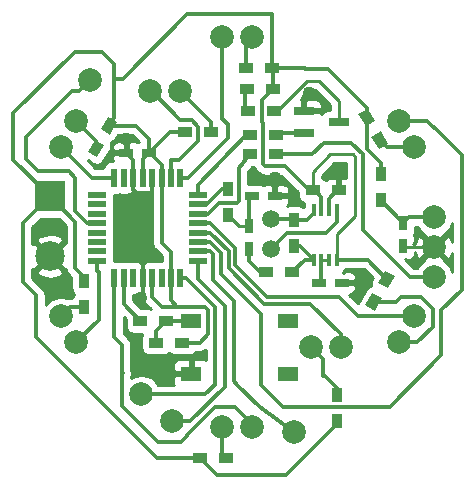
<source format=gbl>
G04 #@! TF.FileFunction,Copper,L2,Bot,Signal*
%FSLAX46Y46*%
G04 Gerber Fmt 4.6, Leading zero omitted, Abs format (unit mm)*
G04 Created by KiCad (PCBNEW 4.0.4+dfsg1-stable) date Fri Dec 23 11:26:22 2016*
%MOMM*%
%LPD*%
G01*
G04 APERTURE LIST*
%ADD10C,0.100000*%
%ADD11C,2.000000*%
%ADD12R,0.900000X1.200000*%
%ADD13C,1.500000*%
%ADD14R,2.500000X2.500000*%
%ADD15C,2.500000*%
%ADD16R,0.550000X1.600000*%
%ADD17R,1.600000X0.550000*%
%ADD18R,1.800860X0.800100*%
%ADD19R,0.381000X1.040000*%
%ADD20R,0.750000X1.200000*%
%ADD21R,1.200000X0.750000*%
%ADD22R,1.200000X0.900000*%
%ADD23R,1.800000X1.300000*%
%ADD24C,1.100000*%
%ADD25C,0.300000*%
%ADD26C,0.250000*%
%ADD27C,0.200000*%
%ADD28C,0.254000*%
G04 APERTURE END LIST*
D10*
D11*
X-12446000Y12827000D03*
X-14922500Y7155148D03*
X-13652500Y9354852D03*
D12*
X-825500Y3576500D03*
X-825500Y1376500D03*
D13*
X2857500Y1079500D03*
X2857500Y-1460500D03*
D14*
X-15875000Y2984500D03*
D15*
X-15875000Y-2095500D03*
D11*
X-1270000Y16446500D03*
X1270000Y16446500D03*
X-13652500Y-9354852D03*
X-14922500Y-7155148D03*
X1270000Y-16510000D03*
X-1270000Y-16510000D03*
X14922500Y-7155148D03*
X13652500Y-9354852D03*
X13652500Y9354852D03*
X14922500Y7155148D03*
X-7366000Y11874500D03*
X-4826000Y11874500D03*
D16*
X-10420000Y4567500D03*
X-9620000Y4567500D03*
X-8820000Y4567500D03*
X-8020000Y4567500D03*
X-7220000Y4567500D03*
X-6420000Y4567500D03*
X-5620000Y4567500D03*
X-4820000Y4567500D03*
D17*
X-3370000Y3117500D03*
X-3370000Y2317500D03*
X-3370000Y1517500D03*
X-3370000Y717500D03*
X-3370000Y-82500D03*
X-3370000Y-882500D03*
X-3370000Y-1682500D03*
X-3370000Y-2482500D03*
D16*
X-4820000Y-3932500D03*
X-5620000Y-3932500D03*
X-6420000Y-3932500D03*
X-7220000Y-3932500D03*
X-8020000Y-3932500D03*
X-8820000Y-3932500D03*
X-9620000Y-3932500D03*
X-10420000Y-3932500D03*
D17*
X-11870000Y-2482500D03*
X-11870000Y-1682500D03*
X-11870000Y-882500D03*
X-11870000Y-82500D03*
X-11870000Y717500D03*
X-11870000Y1517500D03*
X-11870000Y2317500D03*
X-11870000Y3117500D03*
D18*
X5610860Y8321000D03*
X5610860Y10221000D03*
X8613140Y9271000D03*
D11*
X16637000Y-3873500D03*
X16637000Y-1333500D03*
X16637000Y1206500D03*
D19*
X8404500Y-2374000D03*
X7754500Y-2374000D03*
X7104500Y-2374000D03*
X6454500Y-2374000D03*
X6454500Y1866000D03*
X7104500Y1866000D03*
X7754500Y1866000D03*
X8404500Y1866000D03*
D11*
X8763000Y-9779000D03*
X6223000Y-9779000D03*
D20*
X14033500Y696000D03*
X14033500Y-1204000D03*
D21*
X3172500Y3048000D03*
X1272500Y3048000D03*
X6924000Y-4318000D03*
X8824000Y-4318000D03*
D22*
X6393000Y3492500D03*
X8593000Y3492500D03*
D21*
X-7495500Y6667500D03*
X-9395500Y6667500D03*
D22*
X3259000Y8191500D03*
X1059000Y8191500D03*
X1059000Y6540500D03*
X3259000Y6540500D03*
X3005000Y12065000D03*
X805000Y12065000D03*
D12*
X12192000Y4846500D03*
X12192000Y2646500D03*
D22*
X2941500Y13843000D03*
X741500Y13843000D03*
X2456000Y-3429000D03*
X4656000Y-3429000D03*
D10*
G36*
X-10969711Y9698243D02*
X-10190289Y9248243D01*
X-10790289Y8209013D01*
X-11569711Y8659013D01*
X-10969711Y9698243D01*
X-10969711Y9698243D01*
G37*
G36*
X-12069711Y7792987D02*
X-11290289Y7342987D01*
X-11890289Y6303757D01*
X-12669711Y6753757D01*
X-12069711Y7792987D01*
X-12069711Y7792987D01*
G37*
D12*
X-12954000Y-4170500D03*
X-12954000Y-6370500D03*
D22*
X-6012000Y-7556500D03*
X-8212000Y-7556500D03*
X-3132000Y-19177000D03*
X-932000Y-19177000D03*
D12*
X4762500Y-1227000D03*
X4762500Y973000D03*
D22*
X-6878500Y-9398000D03*
X-4678500Y-9398000D03*
D10*
G36*
X12537989Y-3306557D02*
X13317411Y-3756557D01*
X12717411Y-4795787D01*
X11937989Y-4345787D01*
X12537989Y-3306557D01*
X12537989Y-3306557D01*
G37*
G36*
X11437989Y-5211813D02*
X12217411Y-5661813D01*
X11617411Y-6701043D01*
X10837989Y-6251043D01*
X11437989Y-5211813D01*
X11437989Y-5211813D01*
G37*
G36*
X10253789Y9946743D02*
X11033211Y10396743D01*
X11633211Y9357513D01*
X10853789Y8907513D01*
X10253789Y9946743D01*
X10253789Y9946743D01*
G37*
G36*
X11353789Y8041487D02*
X12133211Y8491487D01*
X12733211Y7452257D01*
X11953789Y7002257D01*
X11353789Y8041487D01*
X11353789Y8041487D01*
G37*
D12*
X8445500Y-16022500D03*
X8445500Y-13822500D03*
D22*
X-4465500Y8445500D03*
X-2265500Y8445500D03*
D20*
X952500Y-1458000D03*
X952500Y442000D03*
D23*
X4290500Y-12029000D03*
X-3909500Y-12029000D03*
X4290500Y-7529000D03*
X-3909500Y-7529000D03*
D11*
X4762500Y-16954500D03*
X-5524500Y-16065500D03*
X-8128000Y-13779500D03*
D22*
X3068500Y10223500D03*
X868500Y10223500D03*
D24*
X-6286500Y-11747500D03*
X-8191500Y-5588000D03*
X6096000Y11747500D03*
X8572500Y5270500D03*
X10477500Y-4445000D03*
X3175000Y4508500D03*
X-9398000Y7874000D03*
D25*
X12192000Y2646500D02*
X13779500Y950000D01*
X13779500Y950000D02*
X14033500Y696000D01*
X16637000Y1206500D02*
X14544000Y1206500D01*
X14544000Y1206500D02*
X14033500Y696000D01*
X-6005000Y-12029000D02*
X-6286500Y-11747500D01*
X-6005000Y-12029000D02*
X-3909500Y-12029000D01*
X-8020000Y-5416500D02*
X-8191500Y-5588000D01*
X-8020000Y-5416500D02*
X-8020000Y-3932500D01*
X5610860Y11516360D02*
X5842000Y11747500D01*
X5842000Y11747500D02*
X6096000Y11747500D01*
X5610860Y11516360D02*
X5610860Y10221000D01*
D26*
X8593000Y5250000D02*
X8572500Y5270500D01*
X8593000Y3492500D02*
X8593000Y5250000D01*
X10350500Y-4318000D02*
X8824000Y-4318000D01*
X10350500Y-4318000D02*
X10477500Y-4445000D01*
X14163000Y-1333500D02*
X14033500Y-1204000D01*
X16637000Y-1333500D02*
X14163000Y-1333500D01*
D25*
X-7220000Y4567500D02*
X-7220000Y-1060500D01*
X-7220000Y-1060500D02*
X-8020000Y-1860500D01*
X-8020000Y-1860500D02*
X-8020000Y-3932500D01*
X-7220000Y4567500D02*
X-7220000Y3321000D01*
X-8820000Y3492500D02*
X-8820000Y5082000D01*
X-8509000Y3238500D02*
X-8820000Y3492500D01*
X-7302500Y3238500D02*
X-8509000Y3238500D01*
X-7220000Y3321000D02*
X-7302500Y3238500D01*
X3172500Y3048000D02*
X3172500Y4506000D01*
X3172500Y4506000D02*
X3175000Y4508500D01*
X-9395500Y6667500D02*
X-9395500Y7871500D01*
X-9395500Y7871500D02*
X-9398000Y7874000D01*
X-8820000Y5082000D02*
X-8820000Y6092000D01*
X-8820000Y6092000D02*
X-9395500Y6667500D01*
X8593000Y3492500D02*
X8445500Y3492500D01*
X8445500Y3492500D02*
X7754500Y2801500D01*
X7754500Y2801500D02*
X7754500Y1866000D01*
D26*
X109000Y442000D02*
X-825500Y1376500D01*
X952500Y442000D02*
X109000Y442000D01*
D25*
X952500Y442000D02*
X952500Y2728000D01*
X952500Y2728000D02*
X1272500Y3048000D01*
D26*
X952500Y2728000D02*
X1272500Y3048000D01*
D25*
X2456000Y-3429000D02*
X1905000Y-3429000D01*
X1905000Y-3429000D02*
X952500Y-2476500D01*
X952500Y-2476500D02*
X952500Y-1458000D01*
D26*
X7754500Y-2374000D02*
X7104500Y-2374000D01*
D25*
X7104500Y-2374000D02*
X7104500Y-4137500D01*
X7104500Y-4137500D02*
X6924000Y-4318000D01*
X2159000Y5715000D02*
X2159000Y9202420D01*
X4064000Y5524500D02*
X2349500Y5524500D01*
X2349500Y5524500D02*
X2159000Y5715000D01*
X3005000Y12065000D02*
X2095500Y11155500D01*
X4064000Y5524500D02*
X6096000Y3492500D01*
X2095500Y9265920D02*
X2095500Y11155500D01*
X2159000Y9202420D02*
X2095500Y9265920D01*
X10943500Y9652128D02*
X10943500Y10506800D01*
X5727700Y13792200D02*
X5727700Y13843000D01*
X7658100Y13792200D02*
X5727700Y13792200D01*
X10943500Y10506800D02*
X7658100Y13792200D01*
X12627700Y-4051172D02*
X12627700Y-3979000D01*
X12627700Y-3979000D02*
X11022700Y-2374000D01*
X11022700Y-2374000D02*
X9994000Y-2374000D01*
X3005000Y12065000D02*
X3005000Y13779500D01*
X3005000Y13779500D02*
X2941500Y13843000D01*
D27*
X3005000Y13779500D02*
X2941500Y13843000D01*
D25*
X12192000Y4846500D02*
X12192000Y5778500D01*
X10943500Y7027000D02*
X10943500Y9652128D01*
X12192000Y5778500D02*
X10943500Y7027000D01*
X8445500Y-16022500D02*
X8445500Y-16256000D01*
X8445500Y-16256000D02*
X4127500Y-20574000D01*
X4127500Y-20574000D02*
X-1735000Y-20574000D01*
X-1735000Y-20574000D02*
X-3132000Y-19177000D01*
X9994000Y-2374000D02*
X8404500Y-2374000D01*
X5727700Y13843000D02*
X2941500Y13843000D01*
X6393000Y3492500D02*
X6096000Y3492500D01*
X-4465500Y8445500D02*
X-5717500Y8445500D01*
X-5717500Y8445500D02*
X-7495500Y6667500D01*
X2941500Y13843000D02*
X2941500Y18458000D01*
X-9715500Y12954000D02*
X-10414000Y12954000D01*
X-4254500Y18415000D02*
X-9715500Y12954000D01*
X2898500Y18415000D02*
X-4254500Y18415000D01*
X2941500Y18458000D02*
X2898500Y18415000D01*
X-7495500Y6667500D02*
X-7495500Y7876500D01*
X-8572628Y8953628D02*
X-10880000Y8953628D01*
X-7495500Y7876500D02*
X-8572628Y8953628D01*
X-10880000Y8953628D02*
X-10880000Y9122500D01*
X-10880000Y9122500D02*
X-10414000Y9588500D01*
X-10414000Y9588500D02*
X-10414000Y12954000D01*
X-10414000Y12954000D02*
X-10414000Y14160500D01*
X-10414000Y14160500D02*
X-11493500Y15240000D01*
X-11493500Y15240000D02*
X-13779500Y15240000D01*
X-13779500Y15240000D02*
X-18986500Y10033000D01*
X-18986500Y10033000D02*
X-18986500Y6096000D01*
X-18986500Y6096000D02*
X-15875000Y2984500D01*
X-16573500Y3683000D02*
X-15875000Y2984500D01*
X-12954000Y-4170500D02*
X-12954000Y-3873500D01*
X-12954000Y-3873500D02*
X-13716000Y-3111500D01*
X-13716000Y-3111500D02*
X-13716000Y825500D01*
X-13716000Y825500D02*
X-15875000Y2984500D01*
X-3132000Y-19177000D02*
X-6794500Y-19177000D01*
X-18161000Y698500D02*
X-15875000Y2984500D01*
X-18161000Y-4254500D02*
X-18161000Y698500D01*
X-17018000Y-5397500D02*
X-18161000Y-4254500D01*
X-17018000Y-8953500D02*
X-17018000Y-5397500D01*
X-6794500Y-19177000D02*
X-17018000Y-8953500D01*
X-6420000Y4567500D02*
X-6420000Y-946000D01*
X-5620000Y-1746000D02*
X-5620000Y-3932500D01*
X-6420000Y-946000D02*
X-5620000Y-1746000D01*
X-7495500Y6667500D02*
X-7429500Y6667500D01*
X-7429500Y6667500D02*
X-6420000Y5658000D01*
X-6420000Y5658000D02*
X-6420000Y4567500D01*
X-15938500Y2794000D02*
X-15240000Y2794000D01*
X-8020000Y4567500D02*
X-8020000Y6143000D01*
X-8020000Y6143000D02*
X-7495500Y6667500D01*
X-5620000Y-3932500D02*
X-5620000Y-5810000D01*
X-5620000Y-5810000D02*
X-5080000Y-6350000D01*
X-4678500Y-9398000D02*
X-3175000Y-9398000D01*
X-7220000Y-5543500D02*
X-7220000Y-3932500D01*
X-6413500Y-6350000D02*
X-7220000Y-5543500D01*
X-2730500Y-6350000D02*
X-5080000Y-6350000D01*
X-5080000Y-6350000D02*
X-6413500Y-6350000D01*
X-2476500Y-6604000D02*
X-2730500Y-6350000D01*
X-2476500Y-8699500D02*
X-2476500Y-6604000D01*
X-3175000Y-9398000D02*
X-2476500Y-8699500D01*
D26*
X8404500Y-2374000D02*
X8404500Y-231500D01*
X6393000Y5059500D02*
X6393000Y3492500D01*
X7874000Y6540500D02*
X6393000Y5059500D01*
X9779000Y6540500D02*
X7874000Y6540500D01*
X9969500Y6350000D02*
X9779000Y6540500D01*
X9969500Y1333500D02*
X9969500Y6350000D01*
X8404500Y-231500D02*
X9969500Y1333500D01*
D25*
X6393000Y3492500D02*
X6540500Y3492500D01*
X6540500Y3492500D02*
X7104500Y2928500D01*
X7104500Y2928500D02*
X7104500Y1866000D01*
D26*
X5858500Y12763500D02*
X3318500Y10223500D01*
X6921500Y12763500D02*
X5858500Y12763500D01*
X8613140Y11071860D02*
X6921500Y12763500D01*
X8613140Y9271000D02*
X8613140Y11071860D01*
D25*
X618500Y10223500D02*
X618500Y11878500D01*
X618500Y11878500D02*
X805000Y12065000D01*
X741500Y13843000D02*
X741500Y15918000D01*
X741500Y15918000D02*
X1270000Y16446500D01*
X-11980000Y7048372D02*
X-11980000Y7682352D01*
X-11980000Y7682352D02*
X-13652500Y9354852D01*
X-12954000Y-6370500D02*
X-14137852Y-6370500D01*
X-14137852Y-6370500D02*
X-14922500Y-7155148D01*
X-1270000Y-16510000D02*
X-1270000Y-18839000D01*
X-1270000Y-18839000D02*
X-932000Y-19177000D01*
X11527700Y-5956428D02*
X13461872Y-5956428D01*
X15245048Y-9354852D02*
X13652500Y-9354852D01*
X16548100Y-8051800D02*
X15245048Y-9354852D01*
X16548100Y-6578600D02*
X16548100Y-8051800D01*
X15532100Y-5562600D02*
X16548100Y-6578600D01*
X13855700Y-5562600D02*
X15532100Y-5562600D01*
X13461872Y-5956428D02*
X13855700Y-5562600D01*
X14922500Y7155148D02*
X12635224Y7155148D01*
X12635224Y7155148D02*
X12043500Y7746872D01*
X-2265500Y8445500D02*
X-2265500Y9314000D01*
X-2265500Y9314000D02*
X-4826000Y11874500D01*
X-9620000Y-3932500D02*
X-9620000Y-6148500D01*
X-9620000Y-6148500D02*
X-8212000Y-7556500D01*
X-3306500Y3117500D02*
X-3306500Y3932500D01*
X-3306500Y3932500D02*
X698500Y8191500D01*
X698500Y8191500D02*
X1059000Y8191500D01*
X-3370000Y1517500D02*
X-2483000Y1517500D01*
X127000Y5354500D02*
X1059000Y6540500D01*
X127000Y2603500D02*
X127000Y5354500D01*
X-63500Y2413000D02*
X127000Y2603500D01*
X-1587500Y2413000D02*
X-63500Y2413000D01*
X-2483000Y1517500D02*
X-1587500Y2413000D01*
X-3370000Y2317500D02*
X-2572000Y2317500D01*
X-2572000Y2317500D02*
X-1313000Y3576500D01*
X-1313000Y3576500D02*
X-825500Y3576500D01*
X4762500Y-16954500D02*
X1905000Y-14859000D01*
X-2318000Y-1682500D02*
X-2095500Y-1905000D01*
X-2095500Y-1905000D02*
X-2095500Y-4127500D01*
X-2095500Y-4127500D02*
X-317500Y-5905500D01*
X-317500Y-5905500D02*
X-317500Y-12636500D01*
X-317500Y-12636500D02*
X0Y-12954000D01*
X-2318000Y-1682500D02*
X-3370000Y-1682500D01*
X1905000Y-14859000D02*
X0Y-12954000D01*
X-5524500Y-16065500D02*
X-4000500Y-16065500D01*
X-1079500Y-13144500D02*
X-1079500Y-12573000D01*
X-4000500Y-16065500D02*
X-1079500Y-13144500D01*
X-3370000Y-2482500D02*
X-3370000Y-3996000D01*
X-1079500Y-7747000D02*
X-1079500Y-12573000D01*
X-1079500Y-12573000D02*
X-1079500Y-13017500D01*
X-1079500Y-6286500D02*
X-1079500Y-7747000D01*
X-3370000Y-3996000D02*
X-1079500Y-6286500D01*
X-8128000Y-13779500D02*
X-2730500Y-13779500D01*
X-2730500Y-13779500D02*
X-1905000Y-12954000D01*
X-4820000Y-3932500D02*
X-4370180Y-3932500D01*
X-1905000Y-12954000D02*
X-1968500Y-13017500D01*
X-1905000Y-8001000D02*
X-1905000Y-12954000D01*
X-1926498Y-7979502D02*
X-1905000Y-8001000D01*
X-1926498Y-6376182D02*
X-1926498Y-7979502D01*
X-4370180Y-3932500D02*
X-1926498Y-6376182D01*
X-14033500Y11874500D02*
X-13398500Y11874500D01*
X-16891000Y5143500D02*
X-17907000Y6159500D01*
X-17907000Y6159500D02*
X-17907000Y8001000D01*
X-17907000Y8001000D02*
X-14033500Y11874500D01*
X-13716000Y3429000D02*
X-13716000Y4572000D01*
X-12719000Y717500D02*
X-13716000Y1714500D01*
X-13716000Y1714500D02*
X-13716000Y3429000D01*
X-11870000Y717500D02*
X-12719000Y717500D01*
X-14287500Y5143500D02*
X-15113000Y5143500D01*
X-13716000Y4572000D02*
X-14287500Y5143500D01*
X-15113000Y5143500D02*
X-16891000Y5143500D01*
X-13398500Y11874500D02*
X-12446000Y12827000D01*
X2857500Y1079500D02*
X4656000Y1079500D01*
X4656000Y1079500D02*
X4762500Y973000D01*
X6454500Y1866000D02*
X6454500Y1565000D01*
X6454500Y1565000D02*
X5862500Y973000D01*
X5862500Y973000D02*
X4762500Y973000D01*
X8404500Y1866000D02*
X8404500Y784500D01*
X4191000Y-127000D02*
X2857500Y-1460500D01*
X7493000Y-127000D02*
X4191000Y-127000D01*
X8404500Y784500D02*
X7493000Y-127000D01*
X5610860Y8321000D02*
X3388500Y8321000D01*
X3388500Y8321000D02*
X3259000Y8191500D01*
X3259000Y6540500D02*
X6350000Y6540500D01*
X14605000Y-3873500D02*
X16637000Y-3873500D01*
X10604500Y127000D02*
X14605000Y-3873500D01*
X10604500Y6540500D02*
X10604500Y127000D01*
X9652000Y7493000D02*
X10604500Y6540500D01*
X7302500Y7493000D02*
X9652000Y7493000D01*
X6350000Y6540500D02*
X7302500Y7493000D01*
X6454500Y-2374000D02*
X5711000Y-2374000D01*
X5711000Y-2374000D02*
X4656000Y-3429000D01*
X4762500Y-3322500D02*
X4656000Y-3429000D01*
X4762500Y-1227000D02*
X5307500Y-1227000D01*
X5307500Y-1227000D02*
X6454500Y-2374000D01*
X-6012000Y-7556500D02*
X-3937000Y-7556500D01*
X-3937000Y-7556500D02*
X-3909500Y-7529000D01*
X-6878500Y-9398000D02*
X-6878500Y-8423000D01*
X-6878500Y-8423000D02*
X-6012000Y-7556500D01*
X8445500Y-13822500D02*
X8445500Y-13271500D01*
X8445500Y-13271500D02*
X7218500Y-12044500D01*
X7218500Y-12255500D02*
X7218500Y-12044500D01*
X7218500Y-12044500D02*
X7218500Y-10774500D01*
X7218500Y-10774500D02*
X6223000Y-9779000D01*
X-1270000Y16446500D02*
X-1270000Y9525000D01*
X-4195500Y4567500D02*
X-4820000Y4567500D01*
X-825500Y7937500D02*
X-4195500Y4567500D01*
X-825500Y9080500D02*
X-825500Y7937500D01*
X-1270000Y9525000D02*
X-825500Y9080500D01*
X-10420000Y4567500D02*
X-12334852Y4567500D01*
X-12334852Y4567500D02*
X-14922500Y7155148D01*
X-11870000Y-2482500D02*
X-11870000Y-3306500D01*
X-11747500Y-7449852D02*
X-13652500Y-9354852D01*
X-11747500Y-3429000D02*
X-11747500Y-7449852D01*
X-11870000Y-3306500D02*
X-11747500Y-3429000D01*
X-10420000Y-3932500D02*
X-10420000Y-8947500D01*
X-9779000Y-9588500D02*
X-9779000Y-12065000D01*
X-10420000Y-8947500D02*
X-9779000Y-9588500D01*
X1270000Y-16510000D02*
X1270000Y-16319500D01*
X1270000Y-16319500D02*
X-190500Y-14859000D01*
X-190500Y-14859000D02*
X-1905000Y-14859000D01*
X-1905000Y-14859000D02*
X-4254500Y-17208500D01*
X-4254500Y-17208500D02*
X-4254500Y-17335500D01*
X-4254500Y-17335500D02*
X-4762500Y-17843500D01*
X-4762500Y-17843500D02*
X-6731000Y-17843500D01*
X-6731000Y-17843500D02*
X-9779000Y-14795500D01*
X-9779000Y-14795500D02*
X-9779000Y-12065000D01*
X-9779000Y-12065000D02*
X-9715500Y-12001500D01*
X14922500Y-7155148D02*
X10203148Y-7155148D01*
X-2305000Y717500D02*
X-3370000Y717500D01*
X-190500Y-1397000D02*
X-2305000Y717500D01*
X-190500Y-2857500D02*
X-190500Y-1397000D01*
X2497998Y-5545998D02*
X-190500Y-2857500D01*
X8593998Y-5545998D02*
X2497998Y-5545998D01*
X10203148Y-7155148D02*
X8593998Y-5545998D01*
X-3203500Y614500D02*
X-3306500Y717500D01*
D26*
X-3203500Y614500D02*
X-3306500Y717500D01*
D25*
X13652500Y9354852D02*
X16045148Y9354852D01*
X16637000Y8763000D02*
X16637000Y8826500D01*
X16045148Y9354852D02*
X16637000Y8763000D01*
X-3370000Y-882500D02*
X-2356000Y-882500D01*
X18986500Y6477000D02*
X16637000Y8826500D01*
X18986500Y-4953000D02*
X18986500Y6477000D01*
X17272000Y-6667500D02*
X18986500Y-4953000D01*
X17272000Y-10477500D02*
X17272000Y-6667500D01*
X12890500Y-14859000D02*
X17272000Y-10477500D01*
X3873500Y-14859000D02*
X12890500Y-14859000D01*
X1968500Y-12954000D02*
X3873500Y-14859000D01*
X1968500Y-6985000D02*
X1968500Y-12954000D01*
X-1397000Y-3619500D02*
X1968500Y-6985000D01*
X-1397000Y-1841500D02*
X-1397000Y-3619500D01*
X-2356000Y-882500D02*
X-1397000Y-1841500D01*
X8763000Y-9779000D02*
X8763000Y-8699500D01*
X4953000Y-6096000D02*
X6159500Y-6096000D01*
X-2330500Y-82500D02*
X-740502Y-1672498D01*
X-740502Y-1672498D02*
X-740502Y-3085318D01*
X-740502Y-3085318D02*
X2270180Y-6096000D01*
X2270180Y-6096000D02*
X4953000Y-6096000D01*
X-3370000Y-82500D02*
X-2330500Y-82500D01*
X6159500Y-6096000D02*
X8763000Y-8699500D01*
X-7366000Y11874500D02*
X-7239000Y11874500D01*
X-7239000Y11874500D02*
X-4826000Y9461500D01*
X-4953000Y6032500D02*
X-5620000Y6032500D01*
X-3302000Y7683500D02*
X-4953000Y6032500D01*
X-3302000Y8890000D02*
X-3302000Y7683500D01*
X-3873500Y9461500D02*
X-3302000Y8890000D01*
X-4826000Y9461500D02*
X-3873500Y9461500D01*
X-5620000Y4567500D02*
X-5620000Y6032500D01*
D28*
G36*
X-9450072Y-7428586D02*
X-9450072Y-8006500D01*
X-9442008Y-8107621D01*
X-9388894Y-8279134D01*
X-9290100Y-8429059D01*
X-9153450Y-8545525D01*
X-8989763Y-8619310D01*
X-8812000Y-8644572D01*
X-8034664Y-8644572D01*
X-8091310Y-8770237D01*
X-8116572Y-8948000D01*
X-8116572Y-9848000D01*
X-8108508Y-9949121D01*
X-8055394Y-10120634D01*
X-7956600Y-10270559D01*
X-7819950Y-10387025D01*
X-7656263Y-10460810D01*
X-7478500Y-10486072D01*
X-6278500Y-10486072D01*
X-6177379Y-10478008D01*
X-6005866Y-10424894D01*
X-5855941Y-10326100D01*
X-5779275Y-10236148D01*
X-5756600Y-10270559D01*
X-5619950Y-10387025D01*
X-5456263Y-10460810D01*
X-5278500Y-10486072D01*
X-4078500Y-10486072D01*
X-3977379Y-10478008D01*
X-3805866Y-10424894D01*
X-3655941Y-10326100D01*
X-3539475Y-10189450D01*
X-3536568Y-10183000D01*
X-3175000Y-10183000D01*
X-3102817Y-10175922D01*
X-3030598Y-10169604D01*
X-3026636Y-10168453D01*
X-3022526Y-10168050D01*
X-2953065Y-10147079D01*
X-2883476Y-10126861D01*
X-2879814Y-10124963D01*
X-2875860Y-10123769D01*
X-2811862Y-10089740D01*
X-2747458Y-10056357D01*
X-2744228Y-10053778D01*
X-2740588Y-10051843D01*
X-2690000Y-10010585D01*
X-2690000Y-10828775D01*
X-2708715Y-10816270D01*
X-2824277Y-10768403D01*
X-2946958Y-10744000D01*
X-3623750Y-10744000D01*
X-3782500Y-10902750D01*
X-3782500Y-11902000D01*
X-3762500Y-11902000D01*
X-3762500Y-12156000D01*
X-3782500Y-12156000D01*
X-3782500Y-12176000D01*
X-4036500Y-12176000D01*
X-4036500Y-12156000D01*
X-5285750Y-12156000D01*
X-5444500Y-12314750D01*
X-5444500Y-12741542D01*
X-5420097Y-12864223D01*
X-5372230Y-12979785D01*
X-5362398Y-12994500D01*
X-6686498Y-12994500D01*
X-6854835Y-12741132D01*
X-7080769Y-12513615D01*
X-7346592Y-12334316D01*
X-7642178Y-12210063D01*
X-7956269Y-12145589D01*
X-8276901Y-12143351D01*
X-8591862Y-12203433D01*
X-8889154Y-12323546D01*
X-8994000Y-12392155D01*
X-8994000Y-12309177D01*
X-8990780Y-12303172D01*
X-8945987Y-12156661D01*
X-8930504Y-12004240D01*
X-8944923Y-11851715D01*
X-8988691Y-11704895D01*
X-8994000Y-11694826D01*
X-8994000Y-11316458D01*
X-5444500Y-11316458D01*
X-5444500Y-11743250D01*
X-5285750Y-11902000D01*
X-4036500Y-11902000D01*
X-4036500Y-10902750D01*
X-4195250Y-10744000D01*
X-4872042Y-10744000D01*
X-4994723Y-10768403D01*
X-5110285Y-10816270D01*
X-5214289Y-10885763D01*
X-5302737Y-10974211D01*
X-5372230Y-11078215D01*
X-5420097Y-11193777D01*
X-5444500Y-11316458D01*
X-8994000Y-11316458D01*
X-8994000Y-9588500D01*
X-9001078Y-9516317D01*
X-9007396Y-9444098D01*
X-9008547Y-9440136D01*
X-9008950Y-9436026D01*
X-9029921Y-9366565D01*
X-9050139Y-9296976D01*
X-9052037Y-9293314D01*
X-9053231Y-9289360D01*
X-9087271Y-9225341D01*
X-9120643Y-9160959D01*
X-9123220Y-9157731D01*
X-9125157Y-9154088D01*
X-9171007Y-9097869D01*
X-9216226Y-9041226D01*
X-9221890Y-9035482D01*
X-9221987Y-9035362D01*
X-9222097Y-9035271D01*
X-9223921Y-9033421D01*
X-9635000Y-8622342D01*
X-9635000Y-7243658D01*
X-9450072Y-7428586D01*
X-9450072Y-7428586D01*
G37*
X-9450072Y-7428586D02*
X-9450072Y-8006500D01*
X-9442008Y-8107621D01*
X-9388894Y-8279134D01*
X-9290100Y-8429059D01*
X-9153450Y-8545525D01*
X-8989763Y-8619310D01*
X-8812000Y-8644572D01*
X-8034664Y-8644572D01*
X-8091310Y-8770237D01*
X-8116572Y-8948000D01*
X-8116572Y-9848000D01*
X-8108508Y-9949121D01*
X-8055394Y-10120634D01*
X-7956600Y-10270559D01*
X-7819950Y-10387025D01*
X-7656263Y-10460810D01*
X-7478500Y-10486072D01*
X-6278500Y-10486072D01*
X-6177379Y-10478008D01*
X-6005866Y-10424894D01*
X-5855941Y-10326100D01*
X-5779275Y-10236148D01*
X-5756600Y-10270559D01*
X-5619950Y-10387025D01*
X-5456263Y-10460810D01*
X-5278500Y-10486072D01*
X-4078500Y-10486072D01*
X-3977379Y-10478008D01*
X-3805866Y-10424894D01*
X-3655941Y-10326100D01*
X-3539475Y-10189450D01*
X-3536568Y-10183000D01*
X-3175000Y-10183000D01*
X-3102817Y-10175922D01*
X-3030598Y-10169604D01*
X-3026636Y-10168453D01*
X-3022526Y-10168050D01*
X-2953065Y-10147079D01*
X-2883476Y-10126861D01*
X-2879814Y-10124963D01*
X-2875860Y-10123769D01*
X-2811862Y-10089740D01*
X-2747458Y-10056357D01*
X-2744228Y-10053778D01*
X-2740588Y-10051843D01*
X-2690000Y-10010585D01*
X-2690000Y-10828775D01*
X-2708715Y-10816270D01*
X-2824277Y-10768403D01*
X-2946958Y-10744000D01*
X-3623750Y-10744000D01*
X-3782500Y-10902750D01*
X-3782500Y-11902000D01*
X-3762500Y-11902000D01*
X-3762500Y-12156000D01*
X-3782500Y-12156000D01*
X-3782500Y-12176000D01*
X-4036500Y-12176000D01*
X-4036500Y-12156000D01*
X-5285750Y-12156000D01*
X-5444500Y-12314750D01*
X-5444500Y-12741542D01*
X-5420097Y-12864223D01*
X-5372230Y-12979785D01*
X-5362398Y-12994500D01*
X-6686498Y-12994500D01*
X-6854835Y-12741132D01*
X-7080769Y-12513615D01*
X-7346592Y-12334316D01*
X-7642178Y-12210063D01*
X-7956269Y-12145589D01*
X-8276901Y-12143351D01*
X-8591862Y-12203433D01*
X-8889154Y-12323546D01*
X-8994000Y-12392155D01*
X-8994000Y-12309177D01*
X-8990780Y-12303172D01*
X-8945987Y-12156661D01*
X-8930504Y-12004240D01*
X-8944923Y-11851715D01*
X-8988691Y-11704895D01*
X-8994000Y-11694826D01*
X-8994000Y-11316458D01*
X-5444500Y-11316458D01*
X-5444500Y-11743250D01*
X-5285750Y-11902000D01*
X-4036500Y-11902000D01*
X-4036500Y-10902750D01*
X-4195250Y-10744000D01*
X-4872042Y-10744000D01*
X-4994723Y-10768403D01*
X-5110285Y-10816270D01*
X-5214289Y-10885763D01*
X-5302737Y-10974211D01*
X-5372230Y-11078215D01*
X-5420097Y-11193777D01*
X-5444500Y-11316458D01*
X-8994000Y-11316458D01*
X-8994000Y-9588500D01*
X-9001078Y-9516317D01*
X-9007396Y-9444098D01*
X-9008547Y-9440136D01*
X-9008950Y-9436026D01*
X-9029921Y-9366565D01*
X-9050139Y-9296976D01*
X-9052037Y-9293314D01*
X-9053231Y-9289360D01*
X-9087271Y-9225341D01*
X-9120643Y-9160959D01*
X-9123220Y-9157731D01*
X-9125157Y-9154088D01*
X-9171007Y-9097869D01*
X-9216226Y-9041226D01*
X-9221890Y-9035482D01*
X-9221987Y-9035362D01*
X-9222097Y-9035271D01*
X-9223921Y-9033421D01*
X-9635000Y-8622342D01*
X-9635000Y-7243658D01*
X-9450072Y-7428586D01*
G36*
X-8005000Y-5106649D02*
X-8005000Y-5543500D01*
X-7997922Y-5615683D01*
X-7991604Y-5687902D01*
X-7990453Y-5691864D01*
X-7990050Y-5695974D01*
X-7969079Y-5765435D01*
X-7948861Y-5835024D01*
X-7946963Y-5838686D01*
X-7945769Y-5842640D01*
X-7911740Y-5906638D01*
X-7878357Y-5971042D01*
X-7875778Y-5974272D01*
X-7873843Y-5977912D01*
X-7828010Y-6034109D01*
X-7782774Y-6090774D01*
X-7777110Y-6096518D01*
X-7777013Y-6096638D01*
X-7776903Y-6096729D01*
X-7775079Y-6098579D01*
X-7335428Y-6538230D01*
X-7434237Y-6493690D01*
X-7612000Y-6468428D01*
X-8189914Y-6468428D01*
X-8835000Y-5823342D01*
X-8835000Y-5370572D01*
X-8545000Y-5370572D01*
X-8443879Y-5362508D01*
X-8419927Y-5355091D01*
X-8357542Y-5367500D01*
X-8305750Y-5367500D01*
X-8199877Y-5261627D01*
X-8122441Y-5210600D01*
X-8017577Y-5087563D01*
X-8005000Y-5106649D01*
X-8005000Y-5106649D01*
G37*
X-8005000Y-5106649D02*
X-8005000Y-5543500D01*
X-7997922Y-5615683D01*
X-7991604Y-5687902D01*
X-7990453Y-5691864D01*
X-7990050Y-5695974D01*
X-7969079Y-5765435D01*
X-7948861Y-5835024D01*
X-7946963Y-5838686D01*
X-7945769Y-5842640D01*
X-7911740Y-5906638D01*
X-7878357Y-5971042D01*
X-7875778Y-5974272D01*
X-7873843Y-5977912D01*
X-7828010Y-6034109D01*
X-7782774Y-6090774D01*
X-7777110Y-6096518D01*
X-7777013Y-6096638D01*
X-7776903Y-6096729D01*
X-7775079Y-6098579D01*
X-7335428Y-6538230D01*
X-7434237Y-6493690D01*
X-7612000Y-6468428D01*
X-8189914Y-6468428D01*
X-8835000Y-5823342D01*
X-8835000Y-5370572D01*
X-8545000Y-5370572D01*
X-8443879Y-5362508D01*
X-8419927Y-5355091D01*
X-8357542Y-5367500D01*
X-8305750Y-5367500D01*
X-8199877Y-5261627D01*
X-8122441Y-5210600D01*
X-8017577Y-5087563D01*
X-8005000Y-5106649D01*
G36*
X-14501000Y500342D02*
X-14501000Y-987725D01*
X-14561395Y-961500D01*
X-15695395Y-2095500D01*
X-14561395Y-3229500D01*
X-14492530Y-3199597D01*
X-14487604Y-3255902D01*
X-14486453Y-3259864D01*
X-14486050Y-3263974D01*
X-14465079Y-3333435D01*
X-14444861Y-3403024D01*
X-14442963Y-3406686D01*
X-14441769Y-3410640D01*
X-14407740Y-3474638D01*
X-14374357Y-3539042D01*
X-14371778Y-3542272D01*
X-14369843Y-3545912D01*
X-14324010Y-3602109D01*
X-14278774Y-3658774D01*
X-14273110Y-3664518D01*
X-14273013Y-3664638D01*
X-14272903Y-3664729D01*
X-14271079Y-3666579D01*
X-14042072Y-3895586D01*
X-14042072Y-4770500D01*
X-14034008Y-4871621D01*
X-13980894Y-5043134D01*
X-13882100Y-5193059D01*
X-13792148Y-5269725D01*
X-13826559Y-5292400D01*
X-13943025Y-5429050D01*
X-14013548Y-5585500D01*
X-14137852Y-5585500D01*
X-14210035Y-5592578D01*
X-14282254Y-5598896D01*
X-14286216Y-5600047D01*
X-14290326Y-5600450D01*
X-14355096Y-5620005D01*
X-14436678Y-5585711D01*
X-14750769Y-5521237D01*
X-15071401Y-5518999D01*
X-15386362Y-5579081D01*
X-15683654Y-5699194D01*
X-15951954Y-5874765D01*
X-16181043Y-6099105D01*
X-16233000Y-6174986D01*
X-16233000Y-5397500D01*
X-16240078Y-5325317D01*
X-16246396Y-5253098D01*
X-16247547Y-5249136D01*
X-16247950Y-5245026D01*
X-16268921Y-5175565D01*
X-16289139Y-5105976D01*
X-16291037Y-5102314D01*
X-16292231Y-5098360D01*
X-16326260Y-5034362D01*
X-16359643Y-4969958D01*
X-16362222Y-4966728D01*
X-16364157Y-4963088D01*
X-16409970Y-4906916D01*
X-16455226Y-4850225D01*
X-16460891Y-4844480D01*
X-16460987Y-4844362D01*
X-16461096Y-4844272D01*
X-16462921Y-4842421D01*
X-17376000Y-3929342D01*
X-17376000Y-3409105D01*
X-17009000Y-3409105D01*
X-16883086Y-3699077D01*
X-16550874Y-3864933D01*
X-16192688Y-3962790D01*
X-15822294Y-3988889D01*
X-15453925Y-3942225D01*
X-15101738Y-3824594D01*
X-14866914Y-3699077D01*
X-14741000Y-3409105D01*
X-15875000Y-2275105D01*
X-17009000Y-3409105D01*
X-17376000Y-3409105D01*
X-17376000Y-3148128D01*
X-17188605Y-3229500D01*
X-16054605Y-2095500D01*
X-17188605Y-961500D01*
X-17376000Y-1042872D01*
X-17376000Y-781895D01*
X-17009000Y-781895D01*
X-15875000Y-1915895D01*
X-14741000Y-781895D01*
X-14866914Y-491923D01*
X-15199126Y-326067D01*
X-15557312Y-228210D01*
X-15927706Y-202111D01*
X-16296075Y-248775D01*
X-16648262Y-366406D01*
X-16883086Y-491923D01*
X-17009000Y-781895D01*
X-17376000Y-781895D01*
X-17376000Y373342D01*
X-16652914Y1096428D01*
X-15097086Y1096428D01*
X-14501000Y500342D01*
X-14501000Y500342D01*
G37*
X-14501000Y500342D02*
X-14501000Y-987725D01*
X-14561395Y-961500D01*
X-15695395Y-2095500D01*
X-14561395Y-3229500D01*
X-14492530Y-3199597D01*
X-14487604Y-3255902D01*
X-14486453Y-3259864D01*
X-14486050Y-3263974D01*
X-14465079Y-3333435D01*
X-14444861Y-3403024D01*
X-14442963Y-3406686D01*
X-14441769Y-3410640D01*
X-14407740Y-3474638D01*
X-14374357Y-3539042D01*
X-14371778Y-3542272D01*
X-14369843Y-3545912D01*
X-14324010Y-3602109D01*
X-14278774Y-3658774D01*
X-14273110Y-3664518D01*
X-14273013Y-3664638D01*
X-14272903Y-3664729D01*
X-14271079Y-3666579D01*
X-14042072Y-3895586D01*
X-14042072Y-4770500D01*
X-14034008Y-4871621D01*
X-13980894Y-5043134D01*
X-13882100Y-5193059D01*
X-13792148Y-5269725D01*
X-13826559Y-5292400D01*
X-13943025Y-5429050D01*
X-14013548Y-5585500D01*
X-14137852Y-5585500D01*
X-14210035Y-5592578D01*
X-14282254Y-5598896D01*
X-14286216Y-5600047D01*
X-14290326Y-5600450D01*
X-14355096Y-5620005D01*
X-14436678Y-5585711D01*
X-14750769Y-5521237D01*
X-15071401Y-5518999D01*
X-15386362Y-5579081D01*
X-15683654Y-5699194D01*
X-15951954Y-5874765D01*
X-16181043Y-6099105D01*
X-16233000Y-6174986D01*
X-16233000Y-5397500D01*
X-16240078Y-5325317D01*
X-16246396Y-5253098D01*
X-16247547Y-5249136D01*
X-16247950Y-5245026D01*
X-16268921Y-5175565D01*
X-16289139Y-5105976D01*
X-16291037Y-5102314D01*
X-16292231Y-5098360D01*
X-16326260Y-5034362D01*
X-16359643Y-4969958D01*
X-16362222Y-4966728D01*
X-16364157Y-4963088D01*
X-16409970Y-4906916D01*
X-16455226Y-4850225D01*
X-16460891Y-4844480D01*
X-16460987Y-4844362D01*
X-16461096Y-4844272D01*
X-16462921Y-4842421D01*
X-17376000Y-3929342D01*
X-17376000Y-3409105D01*
X-17009000Y-3409105D01*
X-16883086Y-3699077D01*
X-16550874Y-3864933D01*
X-16192688Y-3962790D01*
X-15822294Y-3988889D01*
X-15453925Y-3942225D01*
X-15101738Y-3824594D01*
X-14866914Y-3699077D01*
X-14741000Y-3409105D01*
X-15875000Y-2275105D01*
X-17009000Y-3409105D01*
X-17376000Y-3409105D01*
X-17376000Y-3148128D01*
X-17188605Y-3229500D01*
X-16054605Y-2095500D01*
X-17188605Y-961500D01*
X-17376000Y-1042872D01*
X-17376000Y-781895D01*
X-17009000Y-781895D01*
X-15875000Y-1915895D01*
X-14741000Y-781895D01*
X-14866914Y-491923D01*
X-15199126Y-326067D01*
X-15557312Y-228210D01*
X-15927706Y-202111D01*
X-16296075Y-248775D01*
X-16648262Y-366406D01*
X-16883086Y-491923D01*
X-17009000Y-781895D01*
X-17376000Y-781895D01*
X-17376000Y373342D01*
X-16652914Y1096428D01*
X-15097086Y1096428D01*
X-14501000Y500342D01*
G36*
X11451247Y-3912705D02*
X11385403Y-4026751D01*
X11341825Y-4118356D01*
X11302067Y-4293448D01*
X11312663Y-4472683D01*
X11352231Y-4584055D01*
X11311092Y-4586487D01*
X11141905Y-4646596D01*
X10996161Y-4751461D01*
X10885403Y-4892777D01*
X10285403Y-5932007D01*
X10241825Y-6023612D01*
X10230712Y-6072554D01*
X9486158Y-5328000D01*
X9486542Y-5328000D01*
X9609223Y-5303597D01*
X9724785Y-5255730D01*
X9828789Y-5186237D01*
X9917237Y-5097789D01*
X9986730Y-4993785D01*
X10034597Y-4878223D01*
X10059000Y-4755542D01*
X10059000Y-4603750D01*
X9900250Y-4445000D01*
X8951000Y-4445000D01*
X8951000Y-4465000D01*
X8697000Y-4465000D01*
X8697000Y-4445000D01*
X8677000Y-4445000D01*
X8677000Y-4191000D01*
X8697000Y-4191000D01*
X8697000Y-4171000D01*
X8951000Y-4171000D01*
X8951000Y-4191000D01*
X9900250Y-4191000D01*
X10059000Y-4032250D01*
X10059000Y-3880458D01*
X10034597Y-3757777D01*
X9986730Y-3642215D01*
X9917237Y-3538211D01*
X9828789Y-3449763D01*
X9724785Y-3380270D01*
X9609223Y-3332403D01*
X9486542Y-3308000D01*
X9109750Y-3308000D01*
X8951002Y-3466748D01*
X8951002Y-3415958D01*
X9017559Y-3372100D01*
X9134025Y-3235450D01*
X9168486Y-3159000D01*
X10697542Y-3159000D01*
X11451247Y-3912705D01*
X11451247Y-3912705D01*
G37*
X11451247Y-3912705D02*
X11385403Y-4026751D01*
X11341825Y-4118356D01*
X11302067Y-4293448D01*
X11312663Y-4472683D01*
X11352231Y-4584055D01*
X11311092Y-4586487D01*
X11141905Y-4646596D01*
X10996161Y-4751461D01*
X10885403Y-4892777D01*
X10285403Y-5932007D01*
X10241825Y-6023612D01*
X10230712Y-6072554D01*
X9486158Y-5328000D01*
X9486542Y-5328000D01*
X9609223Y-5303597D01*
X9724785Y-5255730D01*
X9828789Y-5186237D01*
X9917237Y-5097789D01*
X9986730Y-4993785D01*
X10034597Y-4878223D01*
X10059000Y-4755542D01*
X10059000Y-4603750D01*
X9900250Y-4445000D01*
X8951000Y-4445000D01*
X8951000Y-4465000D01*
X8697000Y-4465000D01*
X8697000Y-4445000D01*
X8677000Y-4445000D01*
X8677000Y-4191000D01*
X8697000Y-4191000D01*
X8697000Y-4171000D01*
X8951000Y-4171000D01*
X8951000Y-4191000D01*
X9900250Y-4191000D01*
X10059000Y-4032250D01*
X10059000Y-3880458D01*
X10034597Y-3757777D01*
X9986730Y-3642215D01*
X9917237Y-3538211D01*
X9828789Y-3449763D01*
X9724785Y-3380270D01*
X9609223Y-3332403D01*
X9486542Y-3308000D01*
X9109750Y-3308000D01*
X8951002Y-3466748D01*
X8951002Y-3415958D01*
X9017559Y-3372100D01*
X9134025Y-3235450D01*
X9168486Y-3159000D01*
X10697542Y-3159000D01*
X11451247Y-3912705D01*
G36*
X18201500Y-854969D02*
X18129795Y-647412D01*
X18036814Y-473456D01*
X17772413Y-377692D01*
X16816605Y-1333500D01*
X17772413Y-2289308D01*
X18036814Y-2193544D01*
X18177704Y-1903929D01*
X18201500Y-1813168D01*
X18201500Y-3378531D01*
X18087604Y-3102200D01*
X17910165Y-2835132D01*
X17684231Y-2607615D01*
X17570384Y-2530825D01*
X17592808Y-2468913D01*
X16637000Y-1513105D01*
X15681192Y-2468913D01*
X15703448Y-2530360D01*
X15607546Y-2593117D01*
X15378457Y-2817457D01*
X15197306Y-3082022D01*
X15194530Y-3088500D01*
X14930158Y-3088500D01*
X14160502Y-2318844D01*
X14160502Y-2280252D01*
X14319250Y-2439000D01*
X14471042Y-2439000D01*
X14593723Y-2414597D01*
X14709285Y-2366730D01*
X14813289Y-2297237D01*
X14901737Y-2208789D01*
X14971230Y-2104785D01*
X15019097Y-1989223D01*
X15043500Y-1866542D01*
X15043500Y-1728088D01*
X15144205Y-2019588D01*
X15237186Y-2193544D01*
X15501587Y-2289308D01*
X16457395Y-1333500D01*
X15501587Y-377692D01*
X15237186Y-473456D01*
X15096296Y-763071D01*
X15014616Y-1074608D01*
X15014472Y-1076998D01*
X14884752Y-1076998D01*
X15043500Y-918250D01*
X15043500Y-541458D01*
X15019097Y-418777D01*
X14971230Y-303215D01*
X14939177Y-255244D01*
X14947525Y-245450D01*
X15021310Y-81763D01*
X15046572Y96000D01*
X15046572Y421500D01*
X15197698Y421500D01*
X15349461Y186009D01*
X15572197Y-44640D01*
X15703673Y-136018D01*
X15681192Y-198087D01*
X16637000Y-1153895D01*
X17592808Y-198087D01*
X17570830Y-137408D01*
X17648477Y-88132D01*
X17880676Y132988D01*
X18065503Y394997D01*
X18195919Y687917D01*
X18201500Y712482D01*
X18201500Y-854969D01*
X18201500Y-854969D01*
G37*
X18201500Y-854969D02*
X18129795Y-647412D01*
X18036814Y-473456D01*
X17772413Y-377692D01*
X16816605Y-1333500D01*
X17772413Y-2289308D01*
X18036814Y-2193544D01*
X18177704Y-1903929D01*
X18201500Y-1813168D01*
X18201500Y-3378531D01*
X18087604Y-3102200D01*
X17910165Y-2835132D01*
X17684231Y-2607615D01*
X17570384Y-2530825D01*
X17592808Y-2468913D01*
X16637000Y-1513105D01*
X15681192Y-2468913D01*
X15703448Y-2530360D01*
X15607546Y-2593117D01*
X15378457Y-2817457D01*
X15197306Y-3082022D01*
X15194530Y-3088500D01*
X14930158Y-3088500D01*
X14160502Y-2318844D01*
X14160502Y-2280252D01*
X14319250Y-2439000D01*
X14471042Y-2439000D01*
X14593723Y-2414597D01*
X14709285Y-2366730D01*
X14813289Y-2297237D01*
X14901737Y-2208789D01*
X14971230Y-2104785D01*
X15019097Y-1989223D01*
X15043500Y-1866542D01*
X15043500Y-1728088D01*
X15144205Y-2019588D01*
X15237186Y-2193544D01*
X15501587Y-2289308D01*
X16457395Y-1333500D01*
X15501587Y-377692D01*
X15237186Y-473456D01*
X15096296Y-763071D01*
X15014616Y-1074608D01*
X15014472Y-1076998D01*
X14884752Y-1076998D01*
X15043500Y-918250D01*
X15043500Y-541458D01*
X15019097Y-418777D01*
X14971230Y-303215D01*
X14939177Y-255244D01*
X14947525Y-245450D01*
X15021310Y-81763D01*
X15046572Y96000D01*
X15046572Y421500D01*
X15197698Y421500D01*
X15349461Y186009D01*
X15572197Y-44640D01*
X15703673Y-136018D01*
X15681192Y-198087D01*
X16637000Y-1153895D01*
X17592808Y-198087D01*
X17570830Y-137408D01*
X17648477Y-88132D01*
X17880676Y132988D01*
X18065503Y394997D01*
X18195919Y687917D01*
X18201500Y712482D01*
X18201500Y-854969D01*
G36*
X-7205000Y3393351D02*
X-7205000Y-946000D01*
X-7197922Y-1018183D01*
X-7191604Y-1090402D01*
X-7190453Y-1094364D01*
X-7190050Y-1098474D01*
X-7169079Y-1167935D01*
X-7148861Y-1237524D01*
X-7146963Y-1241186D01*
X-7145769Y-1245140D01*
X-7111740Y-1309138D01*
X-7078357Y-1373542D01*
X-7075778Y-1376772D01*
X-7073843Y-1380412D01*
X-7028010Y-1436609D01*
X-6982774Y-1493274D01*
X-6977110Y-1499018D01*
X-6977013Y-1499138D01*
X-6976903Y-1499229D01*
X-6975079Y-1501079D01*
X-6405000Y-2071158D01*
X-6405000Y-2494428D01*
X-6695000Y-2494428D01*
X-6796121Y-2502492D01*
X-6825102Y-2511467D01*
X-6945000Y-2494428D01*
X-7495000Y-2494428D01*
X-7596121Y-2502492D01*
X-7620073Y-2509909D01*
X-7682458Y-2497500D01*
X-7734250Y-2497500D01*
X-7840123Y-2603373D01*
X-7917559Y-2654400D01*
X-8022423Y-2777437D01*
X-8066900Y-2709941D01*
X-8203550Y-2593475D01*
X-8214884Y-2588366D01*
X-8305750Y-2497500D01*
X-8357542Y-2497500D01*
X-8426651Y-2511247D01*
X-8545000Y-2494428D01*
X-9095000Y-2494428D01*
X-9196121Y-2502492D01*
X-9225102Y-2511467D01*
X-9345000Y-2494428D01*
X-9895000Y-2494428D01*
X-9996121Y-2502492D01*
X-10025102Y-2511467D01*
X-10145000Y-2494428D01*
X-10431928Y-2494428D01*
X-10431928Y-2207500D01*
X-10439992Y-2106379D01*
X-10448967Y-2077398D01*
X-10431928Y-1957500D01*
X-10431928Y-1407500D01*
X-10439992Y-1306379D01*
X-10448967Y-1277398D01*
X-10431928Y-1157500D01*
X-10431928Y-607500D01*
X-10439992Y-506379D01*
X-10448967Y-477398D01*
X-10431928Y-357500D01*
X-10431928Y192500D01*
X-10439992Y293621D01*
X-10448967Y322602D01*
X-10431928Y442500D01*
X-10431928Y992500D01*
X-10439992Y1093621D01*
X-10448967Y1122602D01*
X-10431928Y1242500D01*
X-10431928Y1792500D01*
X-10439992Y1893621D01*
X-10448967Y1922602D01*
X-10431928Y2042500D01*
X-10431928Y2592500D01*
X-10439992Y2693621D01*
X-10448967Y2722602D01*
X-10431928Y2842500D01*
X-10431928Y3129428D01*
X-10145000Y3129428D01*
X-10043879Y3137492D01*
X-10014898Y3146467D01*
X-9895000Y3129428D01*
X-9345000Y3129428D01*
X-9243879Y3137492D01*
X-9219927Y3144909D01*
X-9157542Y3132500D01*
X-9105750Y3132500D01*
X-8999877Y3238373D01*
X-8922441Y3289400D01*
X-8817577Y3412437D01*
X-8773100Y3344941D01*
X-8636450Y3228475D01*
X-8625116Y3223366D01*
X-8534250Y3132500D01*
X-8482458Y3132500D01*
X-8413349Y3146247D01*
X-8295000Y3129428D01*
X-7745000Y3129428D01*
X-7643879Y3137492D01*
X-7619927Y3144909D01*
X-7557542Y3132500D01*
X-7505750Y3132500D01*
X-7399877Y3238373D01*
X-7322441Y3289400D01*
X-7217577Y3412437D01*
X-7205000Y3393351D01*
X-7205000Y3393351D01*
G37*
X-7205000Y3393351D02*
X-7205000Y-946000D01*
X-7197922Y-1018183D01*
X-7191604Y-1090402D01*
X-7190453Y-1094364D01*
X-7190050Y-1098474D01*
X-7169079Y-1167935D01*
X-7148861Y-1237524D01*
X-7146963Y-1241186D01*
X-7145769Y-1245140D01*
X-7111740Y-1309138D01*
X-7078357Y-1373542D01*
X-7075778Y-1376772D01*
X-7073843Y-1380412D01*
X-7028010Y-1436609D01*
X-6982774Y-1493274D01*
X-6977110Y-1499018D01*
X-6977013Y-1499138D01*
X-6976903Y-1499229D01*
X-6975079Y-1501079D01*
X-6405000Y-2071158D01*
X-6405000Y-2494428D01*
X-6695000Y-2494428D01*
X-6796121Y-2502492D01*
X-6825102Y-2511467D01*
X-6945000Y-2494428D01*
X-7495000Y-2494428D01*
X-7596121Y-2502492D01*
X-7620073Y-2509909D01*
X-7682458Y-2497500D01*
X-7734250Y-2497500D01*
X-7840123Y-2603373D01*
X-7917559Y-2654400D01*
X-8022423Y-2777437D01*
X-8066900Y-2709941D01*
X-8203550Y-2593475D01*
X-8214884Y-2588366D01*
X-8305750Y-2497500D01*
X-8357542Y-2497500D01*
X-8426651Y-2511247D01*
X-8545000Y-2494428D01*
X-9095000Y-2494428D01*
X-9196121Y-2502492D01*
X-9225102Y-2511467D01*
X-9345000Y-2494428D01*
X-9895000Y-2494428D01*
X-9996121Y-2502492D01*
X-10025102Y-2511467D01*
X-10145000Y-2494428D01*
X-10431928Y-2494428D01*
X-10431928Y-2207500D01*
X-10439992Y-2106379D01*
X-10448967Y-2077398D01*
X-10431928Y-1957500D01*
X-10431928Y-1407500D01*
X-10439992Y-1306379D01*
X-10448967Y-1277398D01*
X-10431928Y-1157500D01*
X-10431928Y-607500D01*
X-10439992Y-506379D01*
X-10448967Y-477398D01*
X-10431928Y-357500D01*
X-10431928Y192500D01*
X-10439992Y293621D01*
X-10448967Y322602D01*
X-10431928Y442500D01*
X-10431928Y992500D01*
X-10439992Y1093621D01*
X-10448967Y1122602D01*
X-10431928Y1242500D01*
X-10431928Y1792500D01*
X-10439992Y1893621D01*
X-10448967Y1922602D01*
X-10431928Y2042500D01*
X-10431928Y2592500D01*
X-10439992Y2693621D01*
X-10448967Y2722602D01*
X-10431928Y2842500D01*
X-10431928Y3129428D01*
X-10145000Y3129428D01*
X-10043879Y3137492D01*
X-10014898Y3146467D01*
X-9895000Y3129428D01*
X-9345000Y3129428D01*
X-9243879Y3137492D01*
X-9219927Y3144909D01*
X-9157542Y3132500D01*
X-9105750Y3132500D01*
X-8999877Y3238373D01*
X-8922441Y3289400D01*
X-8817577Y3412437D01*
X-8773100Y3344941D01*
X-8636450Y3228475D01*
X-8625116Y3223366D01*
X-8534250Y3132500D01*
X-8482458Y3132500D01*
X-8413349Y3146247D01*
X-8295000Y3129428D01*
X-7745000Y3129428D01*
X-7643879Y3137492D01*
X-7619927Y3144909D01*
X-7557542Y3132500D01*
X-7505750Y3132500D01*
X-7399877Y3238373D01*
X-7322441Y3289400D01*
X-7217577Y3412437D01*
X-7205000Y3393351D01*
G36*
X14160500Y-1077000D02*
X14180500Y-1077000D01*
X14180500Y-1331000D01*
X14160500Y-1331000D01*
X14160500Y-1351000D01*
X13906500Y-1351000D01*
X13906500Y-1331000D01*
X13886500Y-1331000D01*
X13886500Y-1077000D01*
X13906500Y-1077000D01*
X13906500Y-1057000D01*
X14160500Y-1057000D01*
X14160500Y-1077000D01*
X14160500Y-1077000D01*
G37*
X14160500Y-1077000D02*
X14180500Y-1077000D01*
X14180500Y-1331000D01*
X14160500Y-1331000D01*
X14160500Y-1351000D01*
X13906500Y-1351000D01*
X13906500Y-1331000D01*
X13886500Y-1331000D01*
X13886500Y-1077000D01*
X13906500Y-1077000D01*
X13906500Y-1057000D01*
X14160500Y-1057000D01*
X14160500Y-1077000D01*
G36*
X1430139Y5423476D02*
X1432037Y5419814D01*
X1433231Y5415860D01*
X1467260Y5351862D01*
X1500643Y5287458D01*
X1503222Y5284228D01*
X1505157Y5280588D01*
X1550990Y5224391D01*
X1596226Y5167726D01*
X1601890Y5161982D01*
X1601987Y5161862D01*
X1602097Y5161771D01*
X1603921Y5159921D01*
X1794421Y4969421D01*
X1850466Y4923385D01*
X1906001Y4876786D01*
X1909617Y4874798D01*
X1912808Y4872177D01*
X1976745Y4837894D01*
X2040256Y4802979D01*
X2044188Y4801732D01*
X2047828Y4799780D01*
X2117183Y4778576D01*
X2186289Y4756654D01*
X2190392Y4756194D01*
X2194339Y4754987D01*
X2266538Y4747653D01*
X2338540Y4739577D01*
X2346599Y4739520D01*
X2346760Y4739504D01*
X2346910Y4739518D01*
X2349500Y4739500D01*
X3738842Y4739500D01*
X5154928Y3323414D01*
X5154928Y3042500D01*
X5162992Y2941379D01*
X5216106Y2769866D01*
X5314900Y2619941D01*
X5451550Y2503475D01*
X5615237Y2429690D01*
X5631802Y2427336D01*
X5625928Y2386000D01*
X5625928Y2050679D01*
X5553950Y2112025D01*
X5390263Y2185810D01*
X5212500Y2211072D01*
X4312500Y2211072D01*
X4211379Y2203008D01*
X4195669Y2198143D01*
X4265737Y2268211D01*
X4335230Y2372215D01*
X4383097Y2487777D01*
X4407500Y2610458D01*
X4407500Y2762250D01*
X4248750Y2921000D01*
X3299500Y2921000D01*
X3299500Y2901000D01*
X3045500Y2901000D01*
X3045500Y2921000D01*
X3025500Y2921000D01*
X3025500Y3175000D01*
X3045500Y3175000D01*
X3045500Y3899250D01*
X3299500Y3899250D01*
X3299500Y3175000D01*
X4248750Y3175000D01*
X4407500Y3333750D01*
X4407500Y3485542D01*
X4383097Y3608223D01*
X4335230Y3723785D01*
X4265737Y3827789D01*
X4177289Y3916237D01*
X4073285Y3985730D01*
X3957723Y4033597D01*
X3835042Y4058000D01*
X3458250Y4058000D01*
X3299500Y3899250D01*
X3045500Y3899250D01*
X2886750Y4058000D01*
X2509958Y4058000D01*
X2387277Y4033597D01*
X2271715Y3985730D01*
X2223744Y3953677D01*
X2213950Y3962025D01*
X2050263Y4035810D01*
X1872500Y4061072D01*
X912000Y4061072D01*
X912000Y5082964D01*
X1202337Y5452428D01*
X1421728Y5452428D01*
X1430139Y5423476D01*
X1430139Y5423476D01*
G37*
X1430139Y5423476D02*
X1432037Y5419814D01*
X1433231Y5415860D01*
X1467260Y5351862D01*
X1500643Y5287458D01*
X1503222Y5284228D01*
X1505157Y5280588D01*
X1550990Y5224391D01*
X1596226Y5167726D01*
X1601890Y5161982D01*
X1601987Y5161862D01*
X1602097Y5161771D01*
X1603921Y5159921D01*
X1794421Y4969421D01*
X1850466Y4923385D01*
X1906001Y4876786D01*
X1909617Y4874798D01*
X1912808Y4872177D01*
X1976745Y4837894D01*
X2040256Y4802979D01*
X2044188Y4801732D01*
X2047828Y4799780D01*
X2117183Y4778576D01*
X2186289Y4756654D01*
X2190392Y4756194D01*
X2194339Y4754987D01*
X2266538Y4747653D01*
X2338540Y4739577D01*
X2346599Y4739520D01*
X2346760Y4739504D01*
X2346910Y4739518D01*
X2349500Y4739500D01*
X3738842Y4739500D01*
X5154928Y3323414D01*
X5154928Y3042500D01*
X5162992Y2941379D01*
X5216106Y2769866D01*
X5314900Y2619941D01*
X5451550Y2503475D01*
X5615237Y2429690D01*
X5631802Y2427336D01*
X5625928Y2386000D01*
X5625928Y2050679D01*
X5553950Y2112025D01*
X5390263Y2185810D01*
X5212500Y2211072D01*
X4312500Y2211072D01*
X4211379Y2203008D01*
X4195669Y2198143D01*
X4265737Y2268211D01*
X4335230Y2372215D01*
X4383097Y2487777D01*
X4407500Y2610458D01*
X4407500Y2762250D01*
X4248750Y2921000D01*
X3299500Y2921000D01*
X3299500Y2901000D01*
X3045500Y2901000D01*
X3045500Y2921000D01*
X3025500Y2921000D01*
X3025500Y3175000D01*
X3045500Y3175000D01*
X3045500Y3899250D01*
X3299500Y3899250D01*
X3299500Y3175000D01*
X4248750Y3175000D01*
X4407500Y3333750D01*
X4407500Y3485542D01*
X4383097Y3608223D01*
X4335230Y3723785D01*
X4265737Y3827789D01*
X4177289Y3916237D01*
X4073285Y3985730D01*
X3957723Y4033597D01*
X3835042Y4058000D01*
X3458250Y4058000D01*
X3299500Y3899250D01*
X3045500Y3899250D01*
X2886750Y4058000D01*
X2509958Y4058000D01*
X2387277Y4033597D01*
X2271715Y3985730D01*
X2223744Y3953677D01*
X2213950Y3962025D01*
X2050263Y4035810D01*
X1872500Y4061072D01*
X912000Y4061072D01*
X912000Y5082964D01*
X1202337Y5452428D01*
X1421728Y5452428D01*
X1430139Y5423476D01*
G36*
X9209500Y4577500D02*
X8878750Y4577500D01*
X8720000Y4418750D01*
X8720000Y3619500D01*
X8740000Y3619500D01*
X8740000Y3365500D01*
X8720000Y3365500D01*
X8720000Y3345500D01*
X8466000Y3345500D01*
X8466000Y3365500D01*
X8446000Y3365500D01*
X8446000Y3619500D01*
X8466000Y3619500D01*
X8466000Y4418750D01*
X8307250Y4577500D01*
X7930458Y4577500D01*
X7807777Y4553097D01*
X7692215Y4505230D01*
X7588211Y4435737D01*
X7499763Y4347289D01*
X7491227Y4334515D01*
X7471100Y4365059D01*
X7334450Y4481525D01*
X7170763Y4555310D01*
X7153000Y4557834D01*
X7153000Y4744698D01*
X8188802Y5780500D01*
X9209500Y5780500D01*
X9209500Y4577500D01*
X9209500Y4577500D01*
G37*
X9209500Y4577500D02*
X8878750Y4577500D01*
X8720000Y4418750D01*
X8720000Y3619500D01*
X8740000Y3619500D01*
X8740000Y3365500D01*
X8720000Y3365500D01*
X8720000Y3345500D01*
X8466000Y3345500D01*
X8466000Y3365500D01*
X8446000Y3365500D01*
X8446000Y3619500D01*
X8466000Y3619500D01*
X8466000Y4418750D01*
X8307250Y4577500D01*
X7930458Y4577500D01*
X7807777Y4553097D01*
X7692215Y4505230D01*
X7588211Y4435737D01*
X7499763Y4347289D01*
X7491227Y4334515D01*
X7471100Y4365059D01*
X7334450Y4481525D01*
X7170763Y4555310D01*
X7153000Y4557834D01*
X7153000Y4744698D01*
X8188802Y5780500D01*
X9209500Y5780500D01*
X9209500Y4577500D01*
G36*
X-8353182Y7624024D02*
X-8368134Y7619394D01*
X-8442537Y7570366D01*
X-8494715Y7605230D01*
X-8610277Y7653097D01*
X-8732958Y7677500D01*
X-9109750Y7677500D01*
X-9268500Y7518750D01*
X-9268500Y6794500D01*
X-9248500Y6794500D01*
X-9248500Y6540500D01*
X-9268500Y6540500D01*
X-9268500Y6520500D01*
X-9522500Y6520500D01*
X-9522500Y6540500D01*
X-10471750Y6540500D01*
X-10630500Y6381750D01*
X-10630500Y6229958D01*
X-10606097Y6107277D01*
X-10563970Y6005572D01*
X-10695000Y6005572D01*
X-10796121Y5997508D01*
X-10967634Y5944394D01*
X-11117559Y5845600D01*
X-11234025Y5708950D01*
X-11307810Y5545263D01*
X-11333072Y5367500D01*
X-11333072Y5352500D01*
X-12009694Y5352500D01*
X-12680259Y6023065D01*
X-12209325Y5751171D01*
X-12117720Y5707593D01*
X-11942628Y5667835D01*
X-11763392Y5678431D01*
X-11594205Y5738540D01*
X-11448461Y5843405D01*
X-11337703Y5984721D01*
X-10737703Y7023951D01*
X-10699127Y7105042D01*
X-10630500Y7105042D01*
X-10630500Y6953250D01*
X-10471750Y6794500D01*
X-9522500Y6794500D01*
X-9522500Y7518750D01*
X-9681250Y7677500D01*
X-10058042Y7677500D01*
X-10180723Y7653097D01*
X-10296285Y7605230D01*
X-10400289Y7535737D01*
X-10488737Y7447289D01*
X-10558230Y7343285D01*
X-10606097Y7227723D01*
X-10630500Y7105042D01*
X-10699127Y7105042D01*
X-10694125Y7115556D01*
X-10654367Y7290648D01*
X-10664963Y7469883D01*
X-10704531Y7581255D01*
X-10663392Y7583687D01*
X-10494205Y7643796D01*
X-10348461Y7748661D01*
X-10237703Y7889977D01*
X-10076824Y8168628D01*
X-8897786Y8168628D01*
X-8353182Y7624024D01*
X-8353182Y7624024D01*
G37*
X-8353182Y7624024D02*
X-8368134Y7619394D01*
X-8442537Y7570366D01*
X-8494715Y7605230D01*
X-8610277Y7653097D01*
X-8732958Y7677500D01*
X-9109750Y7677500D01*
X-9268500Y7518750D01*
X-9268500Y6794500D01*
X-9248500Y6794500D01*
X-9248500Y6540500D01*
X-9268500Y6540500D01*
X-9268500Y6520500D01*
X-9522500Y6520500D01*
X-9522500Y6540500D01*
X-10471750Y6540500D01*
X-10630500Y6381750D01*
X-10630500Y6229958D01*
X-10606097Y6107277D01*
X-10563970Y6005572D01*
X-10695000Y6005572D01*
X-10796121Y5997508D01*
X-10967634Y5944394D01*
X-11117559Y5845600D01*
X-11234025Y5708950D01*
X-11307810Y5545263D01*
X-11333072Y5367500D01*
X-11333072Y5352500D01*
X-12009694Y5352500D01*
X-12680259Y6023065D01*
X-12209325Y5751171D01*
X-12117720Y5707593D01*
X-11942628Y5667835D01*
X-11763392Y5678431D01*
X-11594205Y5738540D01*
X-11448461Y5843405D01*
X-11337703Y5984721D01*
X-10737703Y7023951D01*
X-10699127Y7105042D01*
X-10630500Y7105042D01*
X-10630500Y6953250D01*
X-10471750Y6794500D01*
X-9522500Y6794500D01*
X-9522500Y7518750D01*
X-9681250Y7677500D01*
X-10058042Y7677500D01*
X-10180723Y7653097D01*
X-10296285Y7605230D01*
X-10400289Y7535737D01*
X-10488737Y7447289D01*
X-10558230Y7343285D01*
X-10606097Y7227723D01*
X-10630500Y7105042D01*
X-10699127Y7105042D01*
X-10694125Y7115556D01*
X-10654367Y7290648D01*
X-10664963Y7469883D01*
X-10704531Y7581255D01*
X-10663392Y7583687D01*
X-10494205Y7643796D01*
X-10348461Y7748661D01*
X-10237703Y7889977D01*
X-10076824Y8168628D01*
X-8897786Y8168628D01*
X-8353182Y7624024D01*
G36*
X7853140Y10757058D02*
X7853140Y10309122D01*
X7712710Y10309122D01*
X7611589Y10301058D01*
X7440076Y10247944D01*
X7290151Y10149150D01*
X7173685Y10012500D01*
X7141171Y9940369D01*
X6987540Y10094000D01*
X5737860Y10094000D01*
X5737860Y10074000D01*
X5483860Y10074000D01*
X5483860Y10094000D01*
X5463860Y10094000D01*
X5463860Y10348000D01*
X5483860Y10348000D01*
X5483860Y11097300D01*
X5737860Y11097300D01*
X5737860Y10348000D01*
X6987540Y10348000D01*
X7146290Y10506750D01*
X7146290Y10683592D01*
X7121887Y10806273D01*
X7074020Y10921835D01*
X7004527Y11025839D01*
X6916079Y11114287D01*
X6812075Y11183780D01*
X6696513Y11231647D01*
X6573832Y11256050D01*
X5896610Y11256050D01*
X5737860Y11097300D01*
X5483860Y11097300D01*
X5375481Y11205679D01*
X6173302Y12003500D01*
X6606698Y12003500D01*
X7853140Y10757058D01*
X7853140Y10757058D01*
G37*
X7853140Y10757058D02*
X7853140Y10309122D01*
X7712710Y10309122D01*
X7611589Y10301058D01*
X7440076Y10247944D01*
X7290151Y10149150D01*
X7173685Y10012500D01*
X7141171Y9940369D01*
X6987540Y10094000D01*
X5737860Y10094000D01*
X5737860Y10074000D01*
X5483860Y10074000D01*
X5483860Y10094000D01*
X5463860Y10094000D01*
X5463860Y10348000D01*
X5483860Y10348000D01*
X5483860Y11097300D01*
X5737860Y11097300D01*
X5737860Y10348000D01*
X6987540Y10348000D01*
X7146290Y10506750D01*
X7146290Y10683592D01*
X7121887Y10806273D01*
X7074020Y10921835D01*
X7004527Y11025839D01*
X6916079Y11114287D01*
X6812075Y11183780D01*
X6696513Y11231647D01*
X6573832Y11256050D01*
X5896610Y11256050D01*
X5737860Y11097300D01*
X5483860Y11097300D01*
X5375481Y11205679D01*
X6173302Y12003500D01*
X6606698Y12003500D01*
X7853140Y10757058D01*
M02*

</source>
